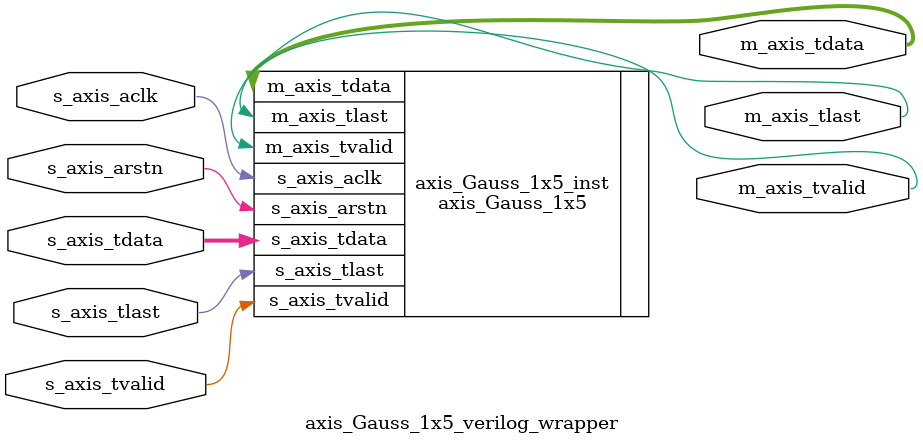
<source format=v>
`timescale 1ns / 1ps


module axis_Gauss_1x5_verilog_wrapper #(
                                        parameter DATA_WIDTH = 8,
                                        parameter COEFF_WIDTH = 10//,
                                        )(
                                          input wire s_axis_aclk,
                                          input wire s_axis_arstn,
                                          input wire [DATA_WIDTH - 1:0] s_axis_tdata,
                                          input wire s_axis_tvalid,
                                          input wire s_axis_tlast,
                                          output wire [DATA_WIDTH - 1:0] m_axis_tdata,
                                          output wire m_axis_tvalid,
                                          output wire m_axis_tlast
                                        );
    
      axis_Gauss_1x5 #(
                    .DATA_WIDTH(DATA_WIDTH),
                    .COEFF_WIDTH(COEFF_WIDTH)
                    ) axis_Gauss_1x5_inst (
    				  .s_axis_aclk(s_axis_aclk),
    				  .s_axis_arstn(s_axis_arstn),
    				  .s_axis_tdata(s_axis_tdata),
    				  .s_axis_tvalid(s_axis_tvalid),
    				  .s_axis_tlast(s_axis_tlast),
    				  .m_axis_tdata(m_axis_tdata),
    				  .m_axis_tvalid(m_axis_tvalid),
    				  .m_axis_tlast(m_axis_tlast)
    				);
    				  
endmodule

</source>
